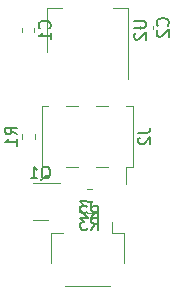
<source format=gbr>
%TF.GenerationSoftware,KiCad,Pcbnew,(6.0.9)*%
%TF.CreationDate,2022-11-21T17:19:20+00:00*%
%TF.ProjectId,DLSB-DRIVERBOARD-V1,444c5342-2d44-4524-9956-4552424f4152,rev?*%
%TF.SameCoordinates,Original*%
%TF.FileFunction,Legend,Bot*%
%TF.FilePolarity,Positive*%
%FSLAX46Y46*%
G04 Gerber Fmt 4.6, Leading zero omitted, Abs format (unit mm)*
G04 Created by KiCad (PCBNEW (6.0.9)) date 2022-11-21 17:19:20*
%MOMM*%
%LPD*%
G01*
G04 APERTURE LIST*
%ADD10C,0.150000*%
%ADD11C,0.120000*%
G04 APERTURE END LIST*
D10*
%TO.C,C2*%
X6787142Y9391666D02*
X6834761Y9439285D01*
X6882380Y9582142D01*
X6882380Y9677380D01*
X6834761Y9820238D01*
X6739523Y9915476D01*
X6644285Y9963095D01*
X6453809Y10010714D01*
X6310952Y10010714D01*
X6120476Y9963095D01*
X6025238Y9915476D01*
X5930000Y9820238D01*
X5882380Y9677380D01*
X5882380Y9582142D01*
X5930000Y9439285D01*
X5977619Y9391666D01*
X5977619Y9010714D02*
X5930000Y8963095D01*
X5882380Y8867857D01*
X5882380Y8629761D01*
X5930000Y8534523D01*
X5977619Y8486904D01*
X6072857Y8439285D01*
X6168095Y8439285D01*
X6310952Y8486904D01*
X6882380Y9058333D01*
X6882380Y8439285D01*
%TO.C,R1*%
X-5977619Y166666D02*
X-6453809Y500000D01*
X-5977619Y738095D02*
X-6977619Y738095D01*
X-6977619Y357142D01*
X-6930000Y261904D01*
X-6882380Y214285D01*
X-6787142Y166666D01*
X-6644285Y166666D01*
X-6549047Y214285D01*
X-6501428Y261904D01*
X-6453809Y357142D01*
X-6453809Y738095D01*
X-5977619Y-785714D02*
X-5977619Y-214285D01*
X-5977619Y-499999D02*
X-6977619Y-499999D01*
X-6834761Y-404761D01*
X-6739523Y-309523D01*
X-6691904Y-214285D01*
%TO.C,R3*%
X341666Y-7882380D02*
X675000Y-7406190D01*
X913095Y-7882380D02*
X913095Y-6882380D01*
X532142Y-6882380D01*
X436904Y-6930000D01*
X389285Y-6977619D01*
X341666Y-7072857D01*
X341666Y-7215714D01*
X389285Y-7310952D01*
X436904Y-7358571D01*
X532142Y-7406190D01*
X913095Y-7406190D01*
X8333Y-6882380D02*
X-610714Y-6882380D01*
X-277380Y-7263333D01*
X-420238Y-7263333D01*
X-515476Y-7310952D01*
X-563095Y-7358571D01*
X-610714Y-7453809D01*
X-610714Y-7691904D01*
X-563095Y-7787142D01*
X-515476Y-7834761D01*
X-420238Y-7882380D01*
X-134523Y-7882380D01*
X-39285Y-7834761D01*
X8333Y-7787142D01*
%TO.C,C1*%
X-3212857Y9166666D02*
X-3165238Y9214285D01*
X-3117619Y9357142D01*
X-3117619Y9452380D01*
X-3165238Y9595238D01*
X-3260476Y9690476D01*
X-3355714Y9738095D01*
X-3546190Y9785714D01*
X-3689047Y9785714D01*
X-3879523Y9738095D01*
X-3974761Y9690476D01*
X-4070000Y9595238D01*
X-4117619Y9452380D01*
X-4117619Y9357142D01*
X-4070000Y9214285D01*
X-4022380Y9166666D01*
X-3117619Y8214285D02*
X-3117619Y8785714D01*
X-3117619Y8500000D02*
X-4117619Y8500000D01*
X-3974761Y8595238D01*
X-3879523Y8690476D01*
X-3831904Y8785714D01*
%TO.C,R2*%
X341666Y-6882380D02*
X675000Y-6406190D01*
X913095Y-6882380D02*
X913095Y-5882380D01*
X532142Y-5882380D01*
X436904Y-5930000D01*
X389285Y-5977619D01*
X341666Y-6072857D01*
X341666Y-6215714D01*
X389285Y-6310952D01*
X436904Y-6358571D01*
X532142Y-6406190D01*
X913095Y-6406190D01*
X-39285Y-5977619D02*
X-86904Y-5930000D01*
X-182142Y-5882380D01*
X-420238Y-5882380D01*
X-515476Y-5930000D01*
X-563095Y-5977619D01*
X-610714Y-6072857D01*
X-610714Y-6168095D01*
X-563095Y-6310952D01*
X8333Y-6882380D01*
X-610714Y-6882380D01*
%TO.C,Q1*%
X-3904761Y-3647619D02*
X-3809523Y-3600000D01*
X-3714285Y-3504761D01*
X-3571428Y-3361904D01*
X-3476190Y-3314285D01*
X-3380952Y-3314285D01*
X-3428571Y-3552380D02*
X-3333333Y-3504761D01*
X-3238095Y-3409523D01*
X-3190476Y-3219047D01*
X-3190476Y-2885714D01*
X-3238095Y-2695238D01*
X-3333333Y-2600000D01*
X-3428571Y-2552380D01*
X-3619047Y-2552380D01*
X-3714285Y-2600000D01*
X-3809523Y-2695238D01*
X-3857142Y-2885714D01*
X-3857142Y-3219047D01*
X-3809523Y-3409523D01*
X-3714285Y-3504761D01*
X-3619047Y-3552380D01*
X-3428571Y-3552380D01*
X-4809523Y-3552380D02*
X-4238095Y-3552380D01*
X-4523809Y-3552380D02*
X-4523809Y-2552380D01*
X-4428571Y-2695238D01*
X-4333333Y-2790476D01*
X-4238095Y-2838095D01*
%TO.C,J3*%
X333333Y-5472380D02*
X333333Y-6186666D01*
X380952Y-6329523D01*
X476190Y-6424761D01*
X619047Y-6472380D01*
X714285Y-6472380D01*
X-47619Y-5472380D02*
X-666666Y-5472380D01*
X-333333Y-5853333D01*
X-476190Y-5853333D01*
X-571428Y-5900952D01*
X-619047Y-5948571D01*
X-666666Y-6043809D01*
X-666666Y-6281904D01*
X-619047Y-6377142D01*
X-571428Y-6424761D01*
X-476190Y-6472380D01*
X-190476Y-6472380D01*
X-95238Y-6424761D01*
X-47619Y-6377142D01*
%TO.C,U2*%
X3952380Y9761904D02*
X4761904Y9761904D01*
X4857142Y9714285D01*
X4904761Y9666666D01*
X4952380Y9571428D01*
X4952380Y9380952D01*
X4904761Y9285714D01*
X4857142Y9238095D01*
X4761904Y9190476D01*
X3952380Y9190476D01*
X4047619Y8761904D02*
X4000000Y8714285D01*
X3952380Y8619047D01*
X3952380Y8380952D01*
X4000000Y8285714D01*
X4047619Y8238095D01*
X4142857Y8190476D01*
X4238095Y8190476D01*
X4380952Y8238095D01*
X4952380Y8809523D01*
X4952380Y8190476D01*
%TO.C,J2*%
X4322380Y333333D02*
X5036666Y333333D01*
X5179523Y380952D01*
X5274761Y476190D01*
X5322380Y619047D01*
X5322380Y714285D01*
X4417619Y-95238D02*
X4370000Y-142857D01*
X4322380Y-238095D01*
X4322380Y-476190D01*
X4370000Y-571428D01*
X4417619Y-619047D01*
X4512857Y-666666D01*
X4608095Y-666666D01*
X4750952Y-619047D01*
X5322380Y-47619D01*
X5322380Y-666666D01*
D11*
%TO.C,C2*%
X5510000Y9084420D02*
X5510000Y9365580D01*
X4490000Y9084420D02*
X4490000Y9365580D01*
%TO.C,R1*%
X-5522500Y237258D02*
X-5522500Y-237258D01*
X-4477500Y237258D02*
X-4477500Y-237258D01*
%TO.C,R3*%
X-62258Y-6522500D02*
X412258Y-6522500D01*
X-62258Y-5477500D02*
X412258Y-5477500D01*
%TO.C,C1*%
X-4490000Y8859420D02*
X-4490000Y9140580D01*
X-5510000Y8859420D02*
X-5510000Y9140580D01*
%TO.C,R2*%
X-62258Y-4477500D02*
X412258Y-4477500D01*
X-62258Y-5522500D02*
X412258Y-5522500D01*
%TO.C,Q1*%
X-4000000Y-7060000D02*
X-3350000Y-7060000D01*
X-4000000Y-3940000D02*
X-2325000Y-3940000D01*
X-4000000Y-7060000D02*
X-4650000Y-7060000D01*
X-4000000Y-3940000D02*
X-4650000Y-3940000D01*
%TO.C,J3*%
X-3110000Y-10715000D02*
X-3110000Y-8215000D01*
X-3110000Y-8215000D02*
X-2060000Y-8215000D01*
X2060000Y-8215000D02*
X2060000Y-7225000D01*
X3110000Y-8215000D02*
X2060000Y-8215000D01*
X1940000Y-12685000D02*
X-1940000Y-12685000D01*
X3110000Y-10715000D02*
X3110000Y-8215000D01*
%TO.C,U2*%
X3410000Y10910000D02*
X2150000Y10910000D01*
X-3410000Y7150000D02*
X-3410000Y10910000D01*
X-3410000Y10910000D02*
X-2150000Y10910000D01*
X3410000Y4900000D02*
X3410000Y10910000D01*
%TO.C,J2*%
X-3870000Y-2600000D02*
X-3870000Y2600000D01*
X3870000Y-2600000D02*
X3300000Y-2600000D01*
X1780000Y2600000D02*
X760000Y2600000D01*
X-760000Y-2600000D02*
X-1780000Y-2600000D01*
X1780000Y-2600000D02*
X760000Y-2600000D01*
X3870000Y2600000D02*
X3300000Y2600000D01*
X3870000Y-2600000D02*
X3870000Y2600000D01*
X-760000Y2600000D02*
X-1780000Y2600000D01*
X3300000Y-4040000D02*
X3300000Y-2600000D01*
X-3300000Y-2600000D02*
X-3870000Y-2600000D01*
X-3300000Y2600000D02*
X-3870000Y2600000D01*
%TD*%
M02*

</source>
